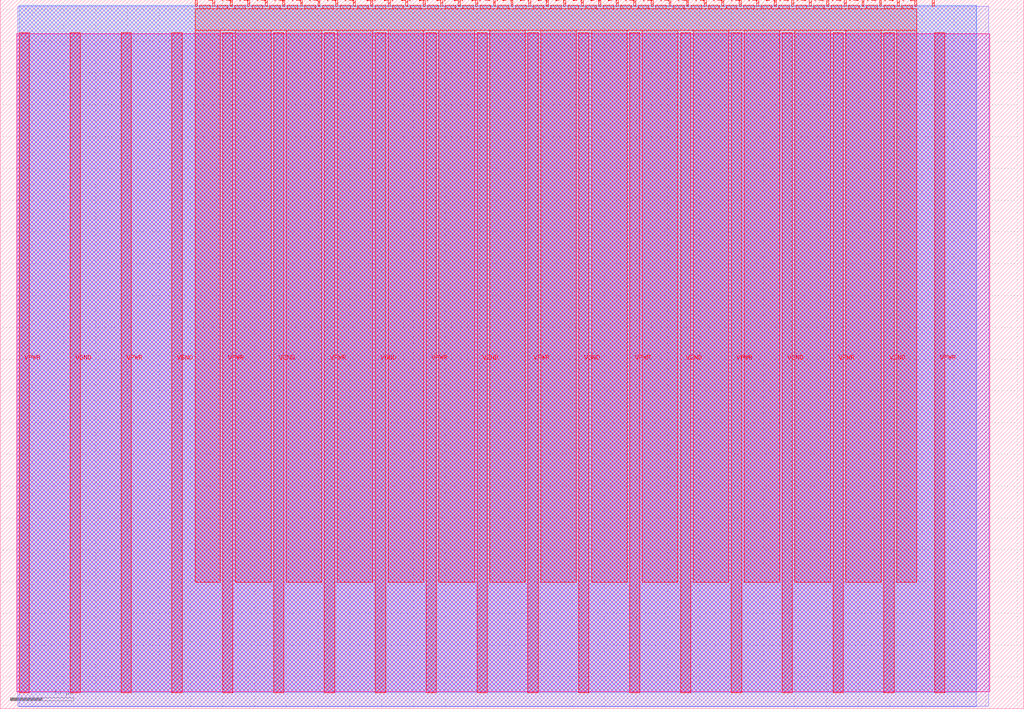
<source format=lef>
VERSION 5.7 ;
  NOWIREEXTENSIONATPIN ON ;
  DIVIDERCHAR "/" ;
  BUSBITCHARS "[]" ;
MACRO tt_um_micro_tiles_container
  CLASS BLOCK ;
  FOREIGN tt_um_micro_tiles_container ;
  ORIGIN 0.000 0.000 ;
  SIZE 161.000 BY 111.520 ;
  PIN VGND
    DIRECTION INOUT ;
    USE GROUND ;
    PORT
      LAYER met4 ;
        RECT 11.000 2.480 12.600 106.320 ;
    END
    PORT
      LAYER met4 ;
        RECT 27.000 2.480 28.600 106.320 ;
    END
    PORT
      LAYER met4 ;
        RECT 43.000 2.480 44.600 106.320 ;
    END
    PORT
      LAYER met4 ;
        RECT 59.000 2.480 60.600 106.320 ;
    END
    PORT
      LAYER met4 ;
        RECT 75.000 2.480 76.600 106.320 ;
    END
    PORT
      LAYER met4 ;
        RECT 91.000 2.480 92.600 106.320 ;
    END
    PORT
      LAYER met4 ;
        RECT 107.000 2.480 108.600 106.320 ;
    END
    PORT
      LAYER met4 ;
        RECT 123.000 2.480 124.600 106.320 ;
    END
    PORT
      LAYER met4 ;
        RECT 139.000 2.480 140.600 106.320 ;
    END
  END VGND
  PIN VPWR
    DIRECTION INOUT ;
    USE POWER ;
    PORT
      LAYER met4 ;
        RECT 3.000 2.480 4.600 106.320 ;
    END
    PORT
      LAYER met4 ;
        RECT 19.000 2.480 20.600 106.320 ;
    END
    PORT
      LAYER met4 ;
        RECT 35.000 2.480 36.600 106.320 ;
    END
    PORT
      LAYER met4 ;
        RECT 51.000 2.480 52.600 106.320 ;
    END
    PORT
      LAYER met4 ;
        RECT 67.000 2.480 68.600 106.320 ;
    END
    PORT
      LAYER met4 ;
        RECT 83.000 2.480 84.600 106.320 ;
    END
    PORT
      LAYER met4 ;
        RECT 99.000 2.480 100.600 106.320 ;
    END
    PORT
      LAYER met4 ;
        RECT 115.000 2.480 116.600 106.320 ;
    END
    PORT
      LAYER met4 ;
        RECT 131.000 2.480 132.600 106.320 ;
    END
    PORT
      LAYER met4 ;
        RECT 147.000 2.480 148.600 106.320 ;
    END
  END VPWR
  PIN clk
    DIRECTION INPUT ;
    USE SIGNAL ;
    ANTENNAGATEAREA 0.852000 ;
    PORT
      LAYER met4 ;
        RECT 143.830 110.520 144.130 111.520 ;
    END
  END clk
  PIN ena
    DIRECTION INPUT ;
    USE SIGNAL ;
    PORT
      LAYER met4 ;
        RECT 146.590 110.520 146.890 111.520 ;
    END
  END ena
  PIN rst_n
    DIRECTION INPUT ;
    USE SIGNAL ;
    ANTENNAGATEAREA 0.213000 ;
    PORT
      LAYER met4 ;
        RECT 141.070 110.520 141.370 111.520 ;
    END
  END rst_n
  PIN ui_in[0]
    DIRECTION INPUT ;
    USE SIGNAL ;
    ANTENNAGATEAREA 0.213000 ;
    PORT
      LAYER met4 ;
        RECT 138.310 110.520 138.610 111.520 ;
    END
  END ui_in[0]
  PIN ui_in[1]
    DIRECTION INPUT ;
    USE SIGNAL ;
    ANTENNAGATEAREA 0.213000 ;
    PORT
      LAYER met4 ;
        RECT 135.550 110.520 135.850 111.520 ;
    END
  END ui_in[1]
  PIN ui_in[2]
    DIRECTION INPUT ;
    USE SIGNAL ;
    ANTENNAGATEAREA 0.213000 ;
    PORT
      LAYER met4 ;
        RECT 132.790 110.520 133.090 111.520 ;
    END
  END ui_in[2]
  PIN ui_in[3]
    DIRECTION INPUT ;
    USE SIGNAL ;
    ANTENNAGATEAREA 0.213000 ;
    PORT
      LAYER met4 ;
        RECT 130.030 110.520 130.330 111.520 ;
    END
  END ui_in[3]
  PIN ui_in[4]
    DIRECTION INPUT ;
    USE SIGNAL ;
    ANTENNAGATEAREA 0.213000 ;
    PORT
      LAYER met4 ;
        RECT 127.270 110.520 127.570 111.520 ;
    END
  END ui_in[4]
  PIN ui_in[5]
    DIRECTION INPUT ;
    USE SIGNAL ;
    ANTENNAGATEAREA 0.213000 ;
    PORT
      LAYER met4 ;
        RECT 124.510 110.520 124.810 111.520 ;
    END
  END ui_in[5]
  PIN ui_in[6]
    DIRECTION INPUT ;
    USE SIGNAL ;
    ANTENNAGATEAREA 0.126000 ;
    PORT
      LAYER met4 ;
        RECT 121.750 110.520 122.050 111.520 ;
    END
  END ui_in[6]
  PIN ui_in[7]
    DIRECTION INPUT ;
    USE SIGNAL ;
    ANTENNAGATEAREA 0.213000 ;
    PORT
      LAYER met4 ;
        RECT 118.990 110.520 119.290 111.520 ;
    END
  END ui_in[7]
  PIN uio_in[0]
    DIRECTION INPUT ;
    USE SIGNAL ;
    ANTENNAGATEAREA 0.196500 ;
    PORT
      LAYER met4 ;
        RECT 116.230 110.520 116.530 111.520 ;
    END
  END uio_in[0]
  PIN uio_in[1]
    DIRECTION INPUT ;
    USE SIGNAL ;
    ANTENNAGATEAREA 0.196500 ;
    PORT
      LAYER met4 ;
        RECT 113.470 110.520 113.770 111.520 ;
    END
  END uio_in[1]
  PIN uio_in[2]
    DIRECTION INPUT ;
    USE SIGNAL ;
    PORT
      LAYER met4 ;
        RECT 110.710 110.520 111.010 111.520 ;
    END
  END uio_in[2]
  PIN uio_in[3]
    DIRECTION INPUT ;
    USE SIGNAL ;
    PORT
      LAYER met4 ;
        RECT 107.950 110.520 108.250 111.520 ;
    END
  END uio_in[3]
  PIN uio_in[4]
    DIRECTION INPUT ;
    USE SIGNAL ;
    PORT
      LAYER met4 ;
        RECT 105.190 110.520 105.490 111.520 ;
    END
  END uio_in[4]
  PIN uio_in[5]
    DIRECTION INPUT ;
    USE SIGNAL ;
    PORT
      LAYER met4 ;
        RECT 102.430 110.520 102.730 111.520 ;
    END
  END uio_in[5]
  PIN uio_in[6]
    DIRECTION INPUT ;
    USE SIGNAL ;
    PORT
      LAYER met4 ;
        RECT 99.670 110.520 99.970 111.520 ;
    END
  END uio_in[6]
  PIN uio_in[7]
    DIRECTION INPUT ;
    USE SIGNAL ;
    PORT
      LAYER met4 ;
        RECT 96.910 110.520 97.210 111.520 ;
    END
  END uio_in[7]
  PIN uio_oe[0]
    DIRECTION OUTPUT ;
    USE SIGNAL ;
    PORT
      LAYER met4 ;
        RECT 49.990 110.520 50.290 111.520 ;
    END
  END uio_oe[0]
  PIN uio_oe[1]
    DIRECTION OUTPUT ;
    USE SIGNAL ;
    PORT
      LAYER met4 ;
        RECT 47.230 110.520 47.530 111.520 ;
    END
  END uio_oe[1]
  PIN uio_oe[2]
    DIRECTION OUTPUT ;
    USE SIGNAL ;
    PORT
      LAYER met4 ;
        RECT 44.470 110.520 44.770 111.520 ;
    END
  END uio_oe[2]
  PIN uio_oe[3]
    DIRECTION OUTPUT ;
    USE SIGNAL ;
    PORT
      LAYER met4 ;
        RECT 41.710 110.520 42.010 111.520 ;
    END
  END uio_oe[3]
  PIN uio_oe[4]
    DIRECTION OUTPUT ;
    USE SIGNAL ;
    PORT
      LAYER met4 ;
        RECT 38.950 110.520 39.250 111.520 ;
    END
  END uio_oe[4]
  PIN uio_oe[5]
    DIRECTION OUTPUT ;
    USE SIGNAL ;
    PORT
      LAYER met4 ;
        RECT 36.190 110.520 36.490 111.520 ;
    END
  END uio_oe[5]
  PIN uio_oe[6]
    DIRECTION OUTPUT ;
    USE SIGNAL ;
    PORT
      LAYER met4 ;
        RECT 33.430 110.520 33.730 111.520 ;
    END
  END uio_oe[6]
  PIN uio_oe[7]
    DIRECTION OUTPUT ;
    USE SIGNAL ;
    PORT
      LAYER met4 ;
        RECT 30.670 110.520 30.970 111.520 ;
    END
  END uio_oe[7]
  PIN uio_out[0]
    DIRECTION OUTPUT ;
    USE SIGNAL ;
    PORT
      LAYER met4 ;
        RECT 72.070 110.520 72.370 111.520 ;
    END
  END uio_out[0]
  PIN uio_out[1]
    DIRECTION OUTPUT ;
    USE SIGNAL ;
    PORT
      LAYER met4 ;
        RECT 69.310 110.520 69.610 111.520 ;
    END
  END uio_out[1]
  PIN uio_out[2]
    DIRECTION OUTPUT ;
    USE SIGNAL ;
    PORT
      LAYER met4 ;
        RECT 66.550 110.520 66.850 111.520 ;
    END
  END uio_out[2]
  PIN uio_out[3]
    DIRECTION OUTPUT ;
    USE SIGNAL ;
    PORT
      LAYER met4 ;
        RECT 63.790 110.520 64.090 111.520 ;
    END
  END uio_out[3]
  PIN uio_out[4]
    DIRECTION OUTPUT ;
    USE SIGNAL ;
    PORT
      LAYER met4 ;
        RECT 61.030 110.520 61.330 111.520 ;
    END
  END uio_out[4]
  PIN uio_out[5]
    DIRECTION OUTPUT ;
    USE SIGNAL ;
    PORT
      LAYER met4 ;
        RECT 58.270 110.520 58.570 111.520 ;
    END
  END uio_out[5]
  PIN uio_out[6]
    DIRECTION OUTPUT ;
    USE SIGNAL ;
    PORT
      LAYER met4 ;
        RECT 55.510 110.520 55.810 111.520 ;
    END
  END uio_out[6]
  PIN uio_out[7]
    DIRECTION OUTPUT ;
    USE SIGNAL ;
    PORT
      LAYER met4 ;
        RECT 52.750 110.520 53.050 111.520 ;
    END
  END uio_out[7]
  PIN uo_out[0]
    DIRECTION OUTPUT ;
    USE SIGNAL ;
    ANTENNADIFFAREA 0.891000 ;
    PORT
      LAYER met4 ;
        RECT 94.150 110.520 94.450 111.520 ;
    END
  END uo_out[0]
  PIN uo_out[1]
    DIRECTION OUTPUT ;
    USE SIGNAL ;
    ANTENNADIFFAREA 0.891000 ;
    PORT
      LAYER met4 ;
        RECT 91.390 110.520 91.690 111.520 ;
    END
  END uo_out[1]
  PIN uo_out[2]
    DIRECTION OUTPUT ;
    USE SIGNAL ;
    ANTENNADIFFAREA 0.891000 ;
    PORT
      LAYER met4 ;
        RECT 88.630 110.520 88.930 111.520 ;
    END
  END uo_out[2]
  PIN uo_out[3]
    DIRECTION OUTPUT ;
    USE SIGNAL ;
    ANTENNADIFFAREA 0.891000 ;
    PORT
      LAYER met4 ;
        RECT 85.870 110.520 86.170 111.520 ;
    END
  END uo_out[3]
  PIN uo_out[4]
    DIRECTION OUTPUT ;
    USE SIGNAL ;
    ANTENNADIFFAREA 0.891000 ;
    PORT
      LAYER met4 ;
        RECT 83.110 110.520 83.410 111.520 ;
    END
  END uo_out[4]
  PIN uo_out[5]
    DIRECTION OUTPUT ;
    USE SIGNAL ;
    ANTENNADIFFAREA 0.891000 ;
    PORT
      LAYER met4 ;
        RECT 80.350 110.520 80.650 111.520 ;
    END
  END uo_out[5]
  PIN uo_out[6]
    DIRECTION OUTPUT ;
    USE SIGNAL ;
    ANTENNADIFFAREA 0.891000 ;
    PORT
      LAYER met4 ;
        RECT 77.590 110.520 77.890 111.520 ;
    END
  END uo_out[6]
  PIN uo_out[7]
    DIRECTION OUTPUT ;
    USE SIGNAL ;
    ANTENNADIFFAREA 0.891000 ;
    PORT
      LAYER met4 ;
        RECT 74.830 110.520 75.130 111.520 ;
    END
  END uo_out[7]
  OBS
      LAYER nwell ;
        RECT 2.570 2.635 155.670 106.165 ;
      LAYER li1 ;
        RECT 2.760 2.635 155.480 106.165 ;
      LAYER met1 ;
        RECT 2.760 0.380 155.480 110.460 ;
      LAYER met2 ;
        RECT 3.000 0.350 153.550 110.685 ;
      LAYER met3 ;
        RECT 3.010 2.515 153.575 110.665 ;
      LAYER met4 ;
        RECT 31.370 110.120 33.030 110.665 ;
        RECT 34.130 110.120 35.790 110.665 ;
        RECT 36.890 110.120 38.550 110.665 ;
        RECT 39.650 110.120 41.310 110.665 ;
        RECT 42.410 110.120 44.070 110.665 ;
        RECT 45.170 110.120 46.830 110.665 ;
        RECT 47.930 110.120 49.590 110.665 ;
        RECT 50.690 110.120 52.350 110.665 ;
        RECT 53.450 110.120 55.110 110.665 ;
        RECT 56.210 110.120 57.870 110.665 ;
        RECT 58.970 110.120 60.630 110.665 ;
        RECT 61.730 110.120 63.390 110.665 ;
        RECT 64.490 110.120 66.150 110.665 ;
        RECT 67.250 110.120 68.910 110.665 ;
        RECT 70.010 110.120 71.670 110.665 ;
        RECT 72.770 110.120 74.430 110.665 ;
        RECT 75.530 110.120 77.190 110.665 ;
        RECT 78.290 110.120 79.950 110.665 ;
        RECT 81.050 110.120 82.710 110.665 ;
        RECT 83.810 110.120 85.470 110.665 ;
        RECT 86.570 110.120 88.230 110.665 ;
        RECT 89.330 110.120 90.990 110.665 ;
        RECT 92.090 110.120 93.750 110.665 ;
        RECT 94.850 110.120 96.510 110.665 ;
        RECT 97.610 110.120 99.270 110.665 ;
        RECT 100.370 110.120 102.030 110.665 ;
        RECT 103.130 110.120 104.790 110.665 ;
        RECT 105.890 110.120 107.550 110.665 ;
        RECT 108.650 110.120 110.310 110.665 ;
        RECT 111.410 110.120 113.070 110.665 ;
        RECT 114.170 110.120 115.830 110.665 ;
        RECT 116.930 110.120 118.590 110.665 ;
        RECT 119.690 110.120 121.350 110.665 ;
        RECT 122.450 110.120 124.110 110.665 ;
        RECT 125.210 110.120 126.870 110.665 ;
        RECT 127.970 110.120 129.630 110.665 ;
        RECT 130.730 110.120 132.390 110.665 ;
        RECT 133.490 110.120 135.150 110.665 ;
        RECT 136.250 110.120 137.910 110.665 ;
        RECT 139.010 110.120 140.670 110.665 ;
        RECT 141.770 110.120 143.430 110.665 ;
        RECT 30.655 106.720 144.145 110.120 ;
        RECT 30.655 19.895 34.600 106.720 ;
        RECT 37.000 19.895 42.600 106.720 ;
        RECT 45.000 19.895 50.600 106.720 ;
        RECT 53.000 19.895 58.600 106.720 ;
        RECT 61.000 19.895 66.600 106.720 ;
        RECT 69.000 19.895 74.600 106.720 ;
        RECT 77.000 19.895 82.600 106.720 ;
        RECT 85.000 19.895 90.600 106.720 ;
        RECT 93.000 19.895 98.600 106.720 ;
        RECT 101.000 19.895 106.600 106.720 ;
        RECT 109.000 19.895 114.600 106.720 ;
        RECT 117.000 19.895 122.600 106.720 ;
        RECT 125.000 19.895 130.600 106.720 ;
        RECT 133.000 19.895 138.600 106.720 ;
        RECT 141.000 19.895 144.145 106.720 ;
  END
END tt_um_micro_tiles_container
END LIBRARY


</source>
